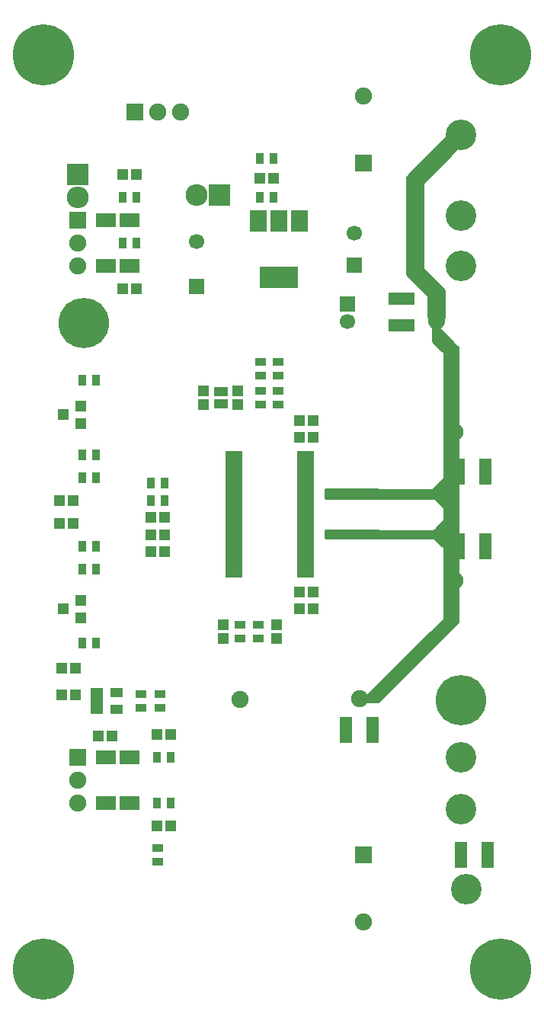
<source format=gbr>
G04 #@! TF.GenerationSoftware,KiCad,Pcbnew,(5.0.0)*
G04 #@! TF.CreationDate,2018-08-29T15:59:37+03:00*
G04 #@! TF.ProjectId,RDC2-0034A,524443322D30303334412E6B69636164,rev?*
G04 #@! TF.SameCoordinates,Original*
G04 #@! TF.FileFunction,Soldermask,Top*
G04 #@! TF.FilePolarity,Negative*
%FSLAX46Y46*%
G04 Gerber Fmt 4.6, Leading zero omitted, Abs format (unit mm)*
G04 Created by KiCad (PCBNEW (5.0.0)) date 08/29/18 15:59:37*
%MOMM*%
%LPD*%
G01*
G04 APERTURE LIST*
%ADD10C,3.400000*%
%ADD11C,5.600000*%
%ADD12R,2.200000X1.630000*%
%ADD13R,1.150000X1.200000*%
%ADD14R,1.200000X1.150000*%
%ADD15R,1.700000X1.700000*%
%ADD16C,1.700000*%
%ADD17R,1.900000X1.900000*%
%ADD18C,1.900000*%
%ADD19R,2.900000X1.400000*%
%ADD20R,1.400000X2.900000*%
%ADD21R,1.197560X1.197560*%
%ADD22R,1.598880X0.999440*%
%ADD23R,1.300000X1.200000*%
%ADD24R,1.300000X0.900000*%
%ADD25R,0.900000X1.300000*%
%ADD26R,4.200000X2.400000*%
%ADD27R,1.900000X2.400000*%
%ADD28R,1.850000X0.800000*%
%ADD29R,1.460000X1.050000*%
%ADD30C,6.800000*%
%ADD31R,2.432000X2.432000*%
%ADD32O,2.432000X2.432000*%
%ADD33C,0.300000*%
G04 APERTURE END LIST*
D10*
G04 #@! TO.C,P11*
X120015000Y-50927000D03*
G04 #@! TD*
G04 #@! TO.C,P12*
X120015000Y-56515000D03*
G04 #@! TD*
G04 #@! TO.C,P13*
X120015000Y-111125000D03*
G04 #@! TD*
G04 #@! TO.C,P14*
X120015000Y-116840000D03*
G04 #@! TD*
D11*
G04 #@! TO.C,REF\002A\002A*
X120015000Y-104775000D03*
X78105000Y-62865000D03*
G04 #@! TD*
D12*
G04 #@! TO.C,C1*
X80605000Y-51435000D03*
X83225000Y-51435000D03*
G04 #@! TD*
G04 #@! TO.C,C2*
X80605000Y-56515000D03*
X83225000Y-56515000D03*
G04 #@! TD*
G04 #@! TO.C,C3*
X80605000Y-111125000D03*
X83225000Y-111125000D03*
G04 #@! TD*
G04 #@! TO.C,C4*
X80605000Y-116205000D03*
X83225000Y-116205000D03*
G04 #@! TD*
D13*
G04 #@! TO.C,C5*
X91440000Y-71870000D03*
X91440000Y-70370000D03*
G04 #@! TD*
G04 #@! TO.C,C6*
X99568000Y-96405000D03*
X99568000Y-97905000D03*
G04 #@! TD*
D14*
G04 #@! TO.C,C7*
X87110000Y-86360000D03*
X85610000Y-86360000D03*
G04 #@! TD*
D13*
G04 #@! TO.C,C8*
X95250000Y-71870000D03*
X95250000Y-70370000D03*
G04 #@! TD*
D14*
G04 #@! TO.C,C9*
X87110000Y-84455000D03*
X85610000Y-84455000D03*
G04 #@! TD*
D13*
G04 #@! TO.C,C10*
X93599000Y-96405000D03*
X93599000Y-97905000D03*
G04 #@! TD*
D14*
G04 #@! TO.C,C11*
X87110000Y-88265000D03*
X85610000Y-88265000D03*
G04 #@! TD*
G04 #@! TO.C,C12*
X99175000Y-46736000D03*
X97675000Y-46736000D03*
G04 #@! TD*
D15*
G04 #@! TO.C,C13*
X90678000Y-58801000D03*
D16*
X90678000Y-53801000D03*
G04 #@! TD*
D15*
G04 #@! TO.C,C14*
X107442000Y-60706000D03*
D16*
X107442000Y-62706000D03*
G04 #@! TD*
G04 #@! TO.C,C15*
X108204000Y-52888000D03*
D15*
X108204000Y-56388000D03*
G04 #@! TD*
D14*
G04 #@! TO.C,C16*
X102120000Y-73660000D03*
X103620000Y-73660000D03*
G04 #@! TD*
G04 #@! TO.C,C17*
X103620000Y-94615000D03*
X102120000Y-94615000D03*
G04 #@! TD*
G04 #@! TO.C,C18*
X102120000Y-75565000D03*
X103620000Y-75565000D03*
G04 #@! TD*
G04 #@! TO.C,C19*
X103620000Y-92710000D03*
X102120000Y-92710000D03*
G04 #@! TD*
D17*
G04 #@! TO.C,C20*
X109220000Y-45085000D03*
D18*
X109220000Y-37585000D03*
G04 #@! TD*
D17*
G04 #@! TO.C,C21*
X109220000Y-121920000D03*
D18*
X109220000Y-129420000D03*
G04 #@! TD*
D19*
G04 #@! TO.C,C24*
X113411000Y-60095000D03*
X113411000Y-63095000D03*
G04 #@! TD*
D20*
G04 #@! TO.C,C25*
X122785000Y-79375000D03*
X119785000Y-79375000D03*
G04 #@! TD*
G04 #@! TO.C,C26*
X122785000Y-87630000D03*
X119785000Y-87630000D03*
G04 #@! TD*
G04 #@! TO.C,C27*
X107237400Y-108077000D03*
X110237400Y-108077000D03*
G04 #@! TD*
G04 #@! TO.C,C28*
X123039000Y-121920000D03*
X120039000Y-121920000D03*
G04 #@! TD*
D21*
G04 #@! TO.C,D1*
X75450700Y-82550000D03*
X76949300Y-82550000D03*
G04 #@! TD*
G04 #@! TO.C,D2*
X75450700Y-85090000D03*
X76949300Y-85090000D03*
G04 #@! TD*
D22*
G04 #@! TO.C,L1*
X93345000Y-70418960D03*
X93345000Y-71821040D03*
G04 #@! TD*
D10*
G04 #@! TO.C,P4*
X120015000Y-41910000D03*
G04 #@! TD*
G04 #@! TO.C,P5*
X120650000Y-125730000D03*
G04 #@! TD*
D23*
G04 #@! TO.C,Q1*
X77835000Y-73975000D03*
X77835000Y-72075000D03*
X75835000Y-73025000D03*
G04 #@! TD*
G04 #@! TO.C,Q2*
X77835000Y-95565000D03*
X77835000Y-93665000D03*
X75835000Y-94615000D03*
G04 #@! TD*
D24*
G04 #@! TO.C,R1*
X84455000Y-105588500D03*
X84455000Y-104088500D03*
G04 #@! TD*
G04 #@! TO.C,R2*
X86614000Y-105588500D03*
X86614000Y-104088500D03*
G04 #@! TD*
G04 #@! TO.C,R4*
X86360000Y-121170000D03*
X86360000Y-122670000D03*
G04 #@! TD*
G04 #@! TO.C,R5*
X99695000Y-68695000D03*
X99695000Y-67195000D03*
G04 #@! TD*
G04 #@! TO.C,R6*
X99695000Y-71870000D03*
X99695000Y-70370000D03*
G04 #@! TD*
G04 #@! TO.C,R7*
X97790000Y-68695000D03*
X97790000Y-67195000D03*
G04 #@! TD*
G04 #@! TO.C,R8*
X97790000Y-71870000D03*
X97790000Y-70370000D03*
G04 #@! TD*
G04 #@! TO.C,R9*
X97536000Y-97905000D03*
X97536000Y-96405000D03*
G04 #@! TD*
G04 #@! TO.C,R10*
X95504000Y-97905000D03*
X95504000Y-96405000D03*
G04 #@! TD*
D25*
G04 #@! TO.C,R11*
X85610000Y-80645000D03*
X87110000Y-80645000D03*
G04 #@! TD*
G04 #@! TO.C,R12*
X85610000Y-82550000D03*
X87110000Y-82550000D03*
G04 #@! TD*
G04 #@! TO.C,R13*
X97675000Y-44577000D03*
X99175000Y-44577000D03*
G04 #@! TD*
G04 #@! TO.C,R14*
X99175000Y-48895000D03*
X97675000Y-48895000D03*
G04 #@! TD*
G04 #@! TO.C,R15*
X79490000Y-80010000D03*
X77990000Y-80010000D03*
G04 #@! TD*
G04 #@! TO.C,R16*
X79490000Y-77470000D03*
X77990000Y-77470000D03*
G04 #@! TD*
G04 #@! TO.C,R17*
X79490000Y-69215000D03*
X77990000Y-69215000D03*
G04 #@! TD*
G04 #@! TO.C,R18*
X79490000Y-87630000D03*
X77990000Y-87630000D03*
G04 #@! TD*
G04 #@! TO.C,R19*
X79490000Y-90170000D03*
X77990000Y-90170000D03*
G04 #@! TD*
G04 #@! TO.C,R20*
X79490000Y-98425000D03*
X77990000Y-98425000D03*
G04 #@! TD*
D26*
G04 #@! TO.C,U1*
X99822000Y-57760000D03*
D27*
X99822000Y-51460000D03*
X97522000Y-51460000D03*
X102122000Y-51460000D03*
G04 #@! TD*
D28*
G04 #@! TO.C,IC1*
X102793800Y-90741500D03*
X102793800Y-90106500D03*
X102793800Y-89471500D03*
X102793800Y-88836500D03*
X102793800Y-88201500D03*
X102793800Y-87566500D03*
X102793800Y-86931500D03*
X102793800Y-86296500D03*
X102793800Y-85661500D03*
X102793800Y-85026500D03*
X102793800Y-84391500D03*
X102793800Y-83756500D03*
X102793800Y-82486500D03*
X102793800Y-83121500D03*
X102793800Y-81851500D03*
X102793800Y-81216500D03*
X102793800Y-80581500D03*
X102793800Y-79946500D03*
X102793800Y-79311500D03*
X102793800Y-78676500D03*
X102793800Y-78041500D03*
X102793800Y-77406500D03*
X94805500Y-77406500D03*
X94805500Y-78041500D03*
X94805500Y-78676500D03*
X94805500Y-79311500D03*
X94805500Y-79946500D03*
X94805500Y-80581500D03*
X94805500Y-81216500D03*
X94805500Y-81851500D03*
X94805500Y-83121500D03*
X94805500Y-82486500D03*
X94805500Y-83756500D03*
X94805500Y-84391500D03*
X94805500Y-85026500D03*
X94805500Y-85661500D03*
X94805500Y-86296500D03*
X94805500Y-86931500D03*
X94805500Y-87566500D03*
X94805500Y-88201500D03*
X94805500Y-88836500D03*
X94805500Y-89471500D03*
X94805500Y-90106500D03*
X94805500Y-90741500D03*
G04 #@! TD*
D17*
G04 #@! TO.C,P1*
X77470000Y-51435000D03*
D18*
X77470000Y-53975000D03*
X77470000Y-56515000D03*
G04 #@! TD*
D17*
G04 #@! TO.C,P2*
X77470000Y-111125000D03*
D18*
X77470000Y-113665000D03*
X77470000Y-116205000D03*
G04 #@! TD*
D17*
G04 #@! TO.C,P3*
X83820000Y-39370000D03*
D18*
X86360000Y-39370000D03*
X88900000Y-39370000D03*
G04 #@! TD*
G04 #@! TO.C,P6*
X117348000Y-62611000D03*
G04 #@! TD*
G04 #@! TO.C,P7*
X119380000Y-74930000D03*
G04 #@! TD*
G04 #@! TO.C,P8*
X119380000Y-91440000D03*
G04 #@! TD*
G04 #@! TO.C,P9*
X108775500Y-104584500D03*
G04 #@! TD*
G04 #@! TO.C,P10*
X95504000Y-104648000D03*
G04 #@! TD*
D14*
G04 #@! TO.C,C29*
X75704000Y-104140000D03*
X77204000Y-104140000D03*
G04 #@! TD*
G04 #@! TO.C,C30*
X79768000Y-108712000D03*
X81268000Y-108712000D03*
G04 #@! TD*
G04 #@! TO.C,C31*
X75704000Y-101219000D03*
X77204000Y-101219000D03*
G04 #@! TD*
D29*
G04 #@! TO.C,U2*
X79545000Y-103888500D03*
X79545000Y-104838500D03*
X79545000Y-105788500D03*
X81745000Y-105788500D03*
X81745000Y-103888500D03*
G04 #@! TD*
D14*
G04 #@! TO.C,C22*
X87745000Y-108585000D03*
X86245000Y-108585000D03*
G04 #@! TD*
G04 #@! TO.C,C23*
X82435000Y-46355000D03*
X83935000Y-46355000D03*
G04 #@! TD*
G04 #@! TO.C,C32*
X82435000Y-59055000D03*
X83935000Y-59055000D03*
G04 #@! TD*
G04 #@! TO.C,C33*
X87745000Y-118745000D03*
X86245000Y-118745000D03*
G04 #@! TD*
D25*
G04 #@! TO.C,R21*
X82435000Y-48895000D03*
X83935000Y-48895000D03*
G04 #@! TD*
G04 #@! TO.C,R22*
X82435000Y-53975000D03*
X83935000Y-53975000D03*
G04 #@! TD*
G04 #@! TO.C,R23*
X86245000Y-111125000D03*
X87745000Y-111125000D03*
G04 #@! TD*
G04 #@! TO.C,R24*
X86245000Y-116205000D03*
X87745000Y-116205000D03*
G04 #@! TD*
D30*
G04 #@! TO.C,REF\002A\002A*
X73660000Y-33020000D03*
G04 #@! TD*
G04 #@! TO.C,REF\002A\002A*
X124460000Y-33020000D03*
G04 #@! TD*
G04 #@! TO.C,REF\002A\002A*
X73660000Y-134620000D03*
G04 #@! TD*
G04 #@! TO.C,REF\002A\002A*
X124460000Y-134620000D03*
G04 #@! TD*
D31*
G04 #@! TO.C,REF\002A\002A*
X93218000Y-48641000D03*
D32*
X90678000Y-48641000D03*
G04 #@! TD*
D31*
G04 #@! TO.C,REF\002A\002A*
X77470000Y-46355000D03*
D32*
X77470000Y-48895000D03*
G04 #@! TD*
D33*
G36*
X119573440Y-65442272D02*
X119665528Y-65554824D01*
X119712610Y-65696071D01*
X119725300Y-95961200D01*
X119725300Y-96006236D01*
X119708373Y-96073944D01*
X119683685Y-96123320D01*
X119660063Y-96154816D01*
X111001028Y-104826529D01*
X110918820Y-104888185D01*
X110892589Y-104901300D01*
X110819472Y-104922191D01*
X110789036Y-104929800D01*
X109725600Y-104929800D01*
X109725600Y-104237151D01*
X109772703Y-104227782D01*
X109821366Y-104195266D01*
X118228766Y-95787866D01*
X118261282Y-95739203D01*
X118272700Y-95681800D01*
X118272700Y-87960200D01*
X118261282Y-87902797D01*
X118228766Y-87854134D01*
X117136566Y-86761934D01*
X117087903Y-86729418D01*
X117030500Y-86718000D01*
X105053886Y-86718000D01*
X105062993Y-85989455D01*
X117055743Y-86002000D01*
X117113158Y-85990642D01*
X117163832Y-85956167D01*
X118217932Y-84863967D01*
X118249579Y-84814734D01*
X118259992Y-84761346D01*
X118272692Y-83529446D01*
X118261866Y-83471929D01*
X118229384Y-83422456D01*
X117149884Y-82330256D01*
X117101412Y-82297456D01*
X117043357Y-82285700D01*
X105024962Y-82273155D01*
X105015559Y-81417460D01*
X116903342Y-81430000D01*
X116960756Y-81418642D01*
X117010654Y-81384967D01*
X118229854Y-80140367D01*
X118261866Y-80091371D01*
X118272700Y-80035400D01*
X118272700Y-66255900D01*
X118261282Y-66198497D01*
X118228766Y-66149834D01*
X117081845Y-65002913D01*
X117038669Y-64942466D01*
X117011979Y-64862398D01*
X117002585Y-64796639D01*
X116990000Y-63626224D01*
X116990000Y-63554720D01*
X117656892Y-63525724D01*
X119573440Y-65442272D01*
X119573440Y-65442272D01*
G37*
X119573440Y-65442272D02*
X119665528Y-65554824D01*
X119712610Y-65696071D01*
X119725300Y-95961200D01*
X119725300Y-96006236D01*
X119708373Y-96073944D01*
X119683685Y-96123320D01*
X119660063Y-96154816D01*
X111001028Y-104826529D01*
X110918820Y-104888185D01*
X110892589Y-104901300D01*
X110819472Y-104922191D01*
X110789036Y-104929800D01*
X109725600Y-104929800D01*
X109725600Y-104237151D01*
X109772703Y-104227782D01*
X109821366Y-104195266D01*
X118228766Y-95787866D01*
X118261282Y-95739203D01*
X118272700Y-95681800D01*
X118272700Y-87960200D01*
X118261282Y-87902797D01*
X118228766Y-87854134D01*
X117136566Y-86761934D01*
X117087903Y-86729418D01*
X117030500Y-86718000D01*
X105053886Y-86718000D01*
X105062993Y-85989455D01*
X117055743Y-86002000D01*
X117113158Y-85990642D01*
X117163832Y-85956167D01*
X118217932Y-84863967D01*
X118249579Y-84814734D01*
X118259992Y-84761346D01*
X118272692Y-83529446D01*
X118261866Y-83471929D01*
X118229384Y-83422456D01*
X117149884Y-82330256D01*
X117101412Y-82297456D01*
X117043357Y-82285700D01*
X105024962Y-82273155D01*
X105015559Y-81417460D01*
X116903342Y-81430000D01*
X116960756Y-81418642D01*
X117010654Y-81384967D01*
X118229854Y-80140367D01*
X118261866Y-80091371D01*
X118272700Y-80035400D01*
X118272700Y-66255900D01*
X118261282Y-66198497D01*
X118228766Y-66149834D01*
X117081845Y-65002913D01*
X117038669Y-64942466D01*
X117011979Y-64862398D01*
X117002585Y-64796639D01*
X116990000Y-63626224D01*
X116990000Y-63554720D01*
X117656892Y-63525724D01*
X119573440Y-65442272D01*
G36*
X119560447Y-43574467D02*
X115819709Y-47302859D01*
X115787113Y-47351469D01*
X115775600Y-47409100D01*
X115775600Y-56743600D01*
X115787018Y-56801003D01*
X115819859Y-56849990D01*
X117902495Y-58919927D01*
X118024822Y-59042254D01*
X118157820Y-59308251D01*
X118188600Y-59451889D01*
X118188600Y-59575700D01*
X118188602Y-59576446D01*
X118201156Y-62099870D01*
X118148144Y-62232400D01*
X116572100Y-62232400D01*
X116494989Y-62129585D01*
X116507397Y-59982967D01*
X116496311Y-59925499D01*
X116463466Y-59876034D01*
X114286604Y-57699172D01*
X114257402Y-57660236D01*
X114210882Y-57590456D01*
X114179347Y-57537897D01*
X114136138Y-57440676D01*
X114104921Y-57336620D01*
X114093778Y-57225189D01*
X114081700Y-57080259D01*
X114081700Y-47021158D01*
X114092898Y-46875589D01*
X114137537Y-46708193D01*
X114192191Y-46577022D01*
X114266352Y-46460484D01*
X114496483Y-46218240D01*
X118327176Y-42362833D01*
X119560447Y-43574467D01*
X119560447Y-43574467D01*
G37*
X119560447Y-43574467D02*
X115819709Y-47302859D01*
X115787113Y-47351469D01*
X115775600Y-47409100D01*
X115775600Y-56743600D01*
X115787018Y-56801003D01*
X115819859Y-56849990D01*
X117902495Y-58919927D01*
X118024822Y-59042254D01*
X118157820Y-59308251D01*
X118188600Y-59451889D01*
X118188600Y-59575700D01*
X118188602Y-59576446D01*
X118201156Y-62099870D01*
X118148144Y-62232400D01*
X116572100Y-62232400D01*
X116494989Y-62129585D01*
X116507397Y-59982967D01*
X116496311Y-59925499D01*
X116463466Y-59876034D01*
X114286604Y-57699172D01*
X114257402Y-57660236D01*
X114210882Y-57590456D01*
X114179347Y-57537897D01*
X114136138Y-57440676D01*
X114104921Y-57336620D01*
X114093778Y-57225189D01*
X114081700Y-57080259D01*
X114081700Y-47021158D01*
X114092898Y-46875589D01*
X114137537Y-46708193D01*
X114192191Y-46577022D01*
X114266352Y-46460484D01*
X114496483Y-46218240D01*
X118327176Y-42362833D01*
X119560447Y-43574467D01*
M02*

</source>
